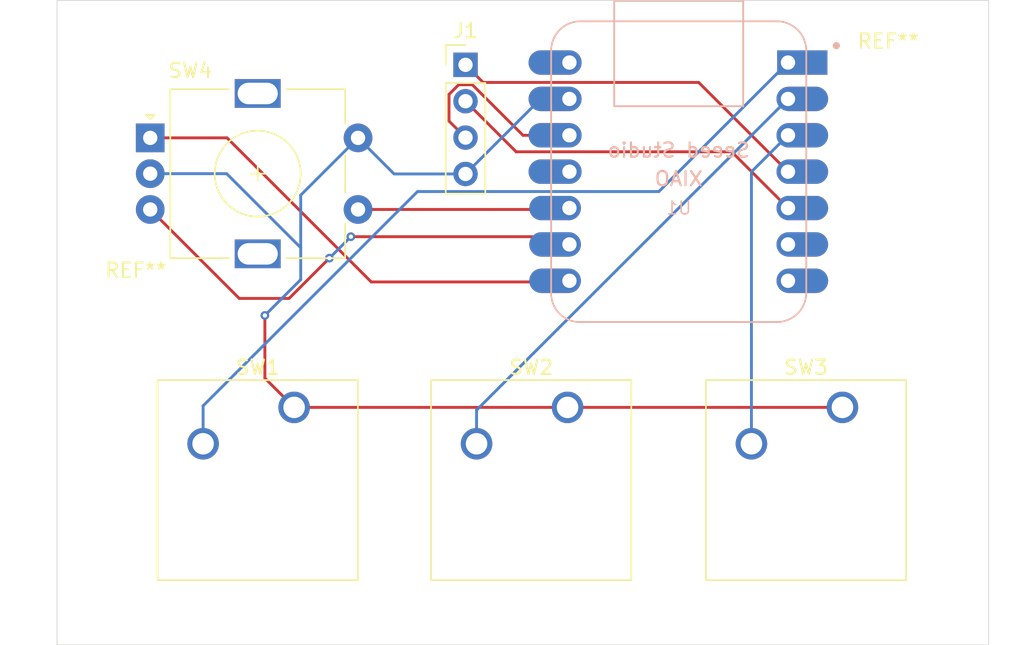
<source format=kicad_pcb>
(kicad_pcb (version 20241229) (generator "pcbnew") (generator_version "9.0")
  (layers (0 "F.Cu" signal) (2 "B.Cu" signal) (13 "F.Paste" user) (15 "B.Paste" user) (5 "F.SilkS" user "F.Silkscreen") (7 "B.SilkS" user "B.Silkscreen") (1 "F.Mask" user) (3 "B.Mask" user) (25 "Edge.Cuts" user))
  (net 0 "")
  (net 1 "/SDA")
  (net 2 "VCC")
  (net 3 "/SCL")
  (net 4 "GND")
  (net 5 "Net-(U1-PA02_A0_D0)")
  (net 6 "Net-(U1-PA4_A1_D1)")
  (net 7 "Net-(U1-PA10_A2_D2)")
  (net 8 "Net-(U1-PA5_A9_D9_MISO)")
  (net 9 "Net-(U1-PA7_A8_D8_SCK)")
  (net 10 "Net-(U1-PB09_A7_D7_RX)")
  (footprint "Button_Switch_Keyboard:SW_Cherry_MX_1.00u_PCB" (layer "F.Cu") (at 128.54 65.42)
    (property "Reference" "SW1" (at -2.54 -2.794 0) (layer "F.SilkS"))
    (property "Value" "SW_Push")
    (fp_line (start -9.525 -1.905) (end 4.445 -1.905) (stroke (width 0.12)) (layer "F.SilkS"))
    (fp_line (start -9.525 12.065) (end -9.525 -1.905) (stroke (width 0.12)) (layer "F.SilkS"))
    (fp_line (start 4.445 -1.905) (end 4.445 12.065) (stroke (width 0.12)) (layer "F.SilkS"))
    (fp_line (start 4.445 12.065) (end -9.525 12.065) (stroke (width 0.12)) (layer "F.SilkS"))
    (pad "" np_thru_hole circle (at -7.62 5.08) (size 1.7 1.7) (drill 1.7) (layers "*.Cu" "*.Mask"))
    (pad "" np_thru_hole circle (at -2.54 5.08) (size 4 4) (drill 4) (layers "*.Cu" "*.Mask"))
    (pad "" np_thru_hole circle (at 2.54 5.08) (size 1.7 1.7) (drill 1.7) (layers "*.Cu" "*.Mask"))
    (pad "1" thru_hole circle (at 0 0) (size 2.2 2.2) (drill 1.5) (layers "*.Cu" "*.Mask") (net 4 "GND"))
    (pad "2" thru_hole circle (at -6.35 2.54) (size 2.2 2.2) (drill 1.5) (layers "*.Cu" "*.Mask") (net 5 "Net-(U1-PA02_A0_D0)"))
  )
  (footprint "Rotary_Encoder:RotaryEncoder_Alps_EC11E-Switch_Vertical_H20mm" (layer "F.Cu") (at 118.5 46.6)
    (property "Reference" "SW4" (at 2.8 -4.7 0) (layer "F.SilkS"))
    (property "Value" "RotaryEncoder_Switch")
    (fp_line (start -0.3 -1.6) (end 0.3 -1.6) (stroke (width 0.12)) (layer "F.SilkS"))
    (fp_line (start 0 -1.3) (end -0.3 -1.6) (stroke (width 0.12)) (layer "F.SilkS"))
    (fp_line (start 0.3 -1.6) (end 0 -1.3) (stroke (width 0.12)) (layer "F.SilkS"))
    (fp_line (start 1.4 -3.4) (end 1.4 8.4) (stroke (width 0.12)) (layer "F.SilkS"))
    (fp_line (start 5.5 -3.4) (end 1.4 -3.4) (stroke (width 0.12)) (layer "F.SilkS"))
    (fp_line (start 5.5 8.4) (end 1.4 8.4) (stroke (width 0.12)) (layer "F.SilkS"))
    (fp_line (start 7 2.5) (end 8 2.5) (stroke (width 0.12)) (layer "F.SilkS"))
    (fp_line (start 7.5 2) (end 7.5 3) (stroke (width 0.12)) (layer "F.SilkS"))
    (fp_line (start 9.5 -3.4) (end 13.6 -3.4) (stroke (width 0.12)) (layer "F.SilkS"))
    (fp_line (start 13.6 -3.4) (end 13.6 -1) (stroke (width 0.12)) (layer "F.SilkS"))
    (fp_line (start 13.6 1.2) (end 13.6 3.8) (stroke (width 0.12)) (layer "F.SilkS"))
    (fp_line (start 13.6 6) (end 13.6 8.4) (stroke (width 0.12)) (layer "F.SilkS"))
    (fp_line (start 13.6 8.4) (end 9.5 8.4) (stroke (width 0.12)) (layer "F.SilkS"))
    (fp_circle (center 7.5 2.5) (end 10.5 2.5) (stroke (width 0.12)) (fill no) (layer "F.SilkS"))
    (pad "A" thru_hole rect (at 0 0) (size 2 2) (drill 1) (layers "*.Cu" "*.Mask") (net 10 "Net-(U1-PB09_A7_D7_RX)"))
    (pad "B" thru_hole circle (at 0 5) (size 2 2) (drill 1) (layers "*.Cu" "*.Mask") (net 9 "Net-(U1-PA7_A8_D8_SCK)"))
    (pad "C" thru_hole circle (at 0 2.5) (size 2 2) (drill 1) (layers "*.Cu" "*.Mask") (net 4 "GND"))
    (pad "MP" thru_hole rect (at 7.5 -3.1) (size 3.2 2) (drill oval 2.8 1.5) (layers "*.Cu" "*.Mask"))
    (pad "MP" thru_hole rect (at 7.5 8.1) (size 3.2 2) (drill oval 2.8 1.5) (layers "*.Cu" "*.Mask"))
    (pad "S1" thru_hole circle (at 14.5 5) (size 2 2) (drill 1) (layers "*.Cu" "*.Mask") (net 8 "Net-(U1-PA5_A9_D9_MISO)"))
    (pad "S2" thru_hole circle (at 14.5 0) (size 2 2) (drill 1) (layers "*.Cu" "*.Mask") (net 4 "GND"))
  )
  (footprint "MountingHole:MountingHole_3.2mm_M3" (layer "F.Cu") (at 117.5 60)
    (property "Reference" "REF**" (at 0 -4.15 0) (layer "F.SilkS"))
    (property "Value" "MountingHole_3.2mm_M3")
    (pad "" np_thru_hole circle (at 0 0) (size 3.2 3.2) (drill 3.2) (layers "*.Cu" "*.Mask"))
  )
  (footprint "Button_Switch_Keyboard:SW_Cherry_MX_1.00u_PCB" (layer "F.Cu") (at 147.62 65.42)
    (property "Reference" "SW2" (at -2.54 -2.794 0) (layer "F.SilkS"))
    (property "Value" "SW_Push")
    (fp_line (start -9.525 -1.905) (end 4.445 -1.905) (stroke (width 0.12)) (layer "F.SilkS"))
    (fp_line (start -9.525 12.065) (end -9.525 -1.905) (stroke (width 0.12)) (layer "F.SilkS"))
    (fp_line (start 4.445 -1.905) (end 4.445 12.065) (stroke (width 0.12)) (layer "F.SilkS"))
    (fp_line (start 4.445 12.065) (end -9.525 12.065) (stroke (width 0.12)) (layer "F.SilkS"))
    (pad "" np_thru_hole circle (at -7.62 5.08) (size 1.7 1.7) (drill 1.7) (layers "*.Cu" "*.Mask"))
    (pad "" np_thru_hole circle (at -2.54 5.08) (size 4 4) (drill 4) (layers "*.Cu" "*.Mask"))
    (pad "" np_thru_hole circle (at 2.54 5.08) (size 1.7 1.7) (drill 1.7) (layers "*.Cu" "*.Mask"))
    (pad "1" thru_hole circle (at 0 0) (size 2.2 2.2) (drill 1.5) (layers "*.Cu" "*.Mask") (net 4 "GND"))
    (pad "2" thru_hole circle (at -6.35 2.54) (size 2.2 2.2) (drill 1.5) (layers "*.Cu" "*.Mask") (net 6 "Net-(U1-PA4_A1_D1)"))
  )
  (footprint "MountingHole:MountingHole_3.2mm_M3" (layer "F.Cu") (at 170 44)
    (property "Reference" "REF**" (at 0 -4.15 0) (layer "F.SilkS"))
    (property "Value" "MountingHole_3.2mm_M3")
    (pad "" np_thru_hole circle (at 0 0) (size 3.2 3.2) (drill 3.2) (layers "*.Cu" "*.Mask"))
  )
  (footprint "Connector_PinHeader_2.54mm:PinHeader_1x04_P2.54mm_Vertical" (layer "F.Cu") (at 140.5 41.5)
    (property "Reference" "J1" (at 0 -2.38 0) (layer "F.SilkS"))
    (property "Value" "Conn_01x04_Socket")
    (fp_line (start -1.38 -1.38) (end 0 -1.38) (stroke (width 0.12)) (layer "F.SilkS"))
    (fp_line (start -1.38 0) (end -1.38 -1.38) (stroke (width 0.12)) (layer "F.SilkS"))
    (fp_line (start -1.38 1.27) (end -1.38 9) (stroke (width 0.12)) (layer "F.SilkS"))
    (fp_line (start -1.38 1.27) (end 1.38 1.27) (stroke (width 0.12)) (layer "F.SilkS"))
    (fp_line (start -1.38 9) (end 1.38 9) (stroke (width 0.12)) (layer "F.SilkS"))
    (fp_line (start 1.38 1.27) (end 1.38 9) (stroke (width 0.12)) (layer "F.SilkS"))
    (pad "1" thru_hole rect (at 0 0) (size 1.7 1.7) (drill 1) (layers "*.Cu" "*.Mask") (net 1 "/SDA"))
    (pad "2" thru_hole circle (at 0 2.54) (size 1.7 1.7) (drill 1) (layers "*.Cu" "*.Mask") (net 3 "/SCL"))
    (pad "3" thru_hole circle (at 0 5.08) (size 1.7 1.7) (drill 1) (layers "*.Cu" "*.Mask") (net 2 "VCC"))
    (pad "4" thru_hole circle (at 0 7.62) (size 1.7 1.7) (drill 1) (layers "*.Cu" "*.Mask") (net 4 "GND"))
  )
  (footprint "Button_Switch_Keyboard:SW_Cherry_MX_1.00u_PCB" (layer "F.Cu") (at 166.8 65.42)
    (property "Reference" "SW3" (at -2.54 -2.794 0) (layer "F.SilkS"))
    (property "Value" "SW_Push")
    (fp_line (start -9.525 -1.905) (end 4.445 -1.905) (stroke (width 0.12)) (layer "F.SilkS"))
    (fp_line (start -9.525 12.065) (end -9.525 -1.905) (stroke (width 0.12)) (layer "F.SilkS"))
    (fp_line (start 4.445 -1.905) (end 4.445 12.065) (stroke (width 0.12)) (layer "F.SilkS"))
    (fp_line (start 4.445 12.065) (end -9.525 12.065) (stroke (width 0.12)) (layer "F.SilkS"))
    (pad "" np_thru_hole circle (at -7.62 5.08) (size 1.7 1.7) (drill 1.7) (layers "*.Cu" "*.Mask"))
    (pad "" np_thru_hole circle (at -2.54 5.08) (size 4 4) (drill 4) (layers "*.Cu" "*.Mask"))
    (pad "" np_thru_hole circle (at 2.54 5.08) (size 1.7 1.7) (drill 1.7) (layers "*.Cu" "*.Mask"))
    (pad "1" thru_hole circle (at 0 0) (size 2.2 2.2) (drill 1.5) (layers "*.Cu" "*.Mask") (net 4 "GND"))
    (pad "2" thru_hole circle (at -6.35 2.54) (size 2.2 2.2) (drill 1.5) (layers "*.Cu" "*.Mask") (net 7 "Net-(U1-PA10_A2_D2)"))
  )
  (footprint "footprints:XIAO-Generic-Hybrid-14P-2.54-21X17.8MM" (layer "B.Cu") (at 155.375 48.96 180)
    (property "Reference" "U1" (at 0 -2.54 0) (layer "B.SilkS") (effects (font (size 0.889 0.889) (thickness 0.1016)) (justify mirror)))
    (property "Value" "MOUDLE-SEEEDUINO-XIAO" (hide yes))
    (fp_line (start 8.9 -8.5) (end 8.9 8.5) (stroke (width 0.127)) (layer "B.SilkS"))
    (fp_line (start 6.9 10.49909) (end -6.9 10.49909) (stroke (width 0.127)) (layer "B.SilkS"))
    (fp_line (start 4.5 11.92403) (end 4.5 4.57073) (stroke (width 0.127)) (layer "B.SilkS"))
    (fp_line (start 4.5 4.57073) (end -4.5 4.57073) (stroke (width 0.127)) (layer "B.SilkS"))
    (fp_line (start -4.5 11.92403) (end 4.5 11.92403) (stroke (width 0.127)) (layer "B.SilkS"))
    (fp_line (start -4.5 4.57073) (end -4.5 11.92403) (stroke (width 0.127)) (layer "B.SilkS"))
    (fp_line (start -6.9 -10.5) (end 6.9 -10.5) (stroke (width 0.127)) (layer "B.SilkS"))
    (fp_line (start -8.9 8.5) (end -8.9 -8.5) (stroke (width 0.127)) (layer "B.SilkS"))
    (fp_arc (start 8.9 8.5) (mid 8.301492 9.901492) (end 6.9 10.5) (stroke (width 0.12)) (layer "B.SilkS"))
    (fp_arc (start 6.9 -10.5) (mid 8.314214 -9.914214) (end 8.9 -8.5) (stroke (width 0.12)) (layer "B.SilkS"))
    (fp_arc (start -6.9 10.5) (mid -8.301491 9.901491) (end -8.9 8.5) (stroke (width 0.12)) (layer "B.SilkS"))
    (fp_arc (start -8.9 -8.5) (mid -8.301423 -9.901423) (end -6.9 -10.5) (stroke (width 0.12)) (layer "B.SilkS"))
    (fp_circle (center -11 8.8) (end -11 9.054) (fill yes) (layer "B.SilkS"))
    (fp_poly (pts (xy -8.887715 8.561705) (xy -8.884667 8.610473) (xy -8.880603 8.659494)) (stroke (width 0.0254)) (fill no) (layer "B.SilkS"))
    (fp_poly (pts (xy 8.889492 -8.521574) (xy 8.887713 -8.57085) (xy 8.884665 -8.619618) (xy 8.880601 -8.668639) (xy 8.875268 -8.717407) (xy 8.868664 -8.766175) (xy 8.861044 -8.81469) (xy 8.852153 -8.86295) (xy 8.842248 -8.910955)) (stroke (width 0.0254)) (fill no) (layer "B.SilkS"))
    (fp_text user "XIAO" (at 0 -0.5 0) (layer "B.SilkS") (effects (justify mirror)))
    (fp_text user "Seeed Studio" (at 0 1.5 0) (layer "B.SilkS") (effects (justify mirror)))
    (pad "1" thru_hole rect (at -7.625 7.62 180) (size 3.5 1.7) (drill 1 (offset -1 0)) (layers "*.Cu" "*.Mask") (net 5 "Net-(U1-PA02_A0_D0)"))
    (pad "2" thru_hole oval (at -7.625 5.08 180) (size 3.6 1.7) (drill 1 (offset -1 0)) (layers "*.Cu" "*.Mask") (net 6 "Net-(U1-PA4_A1_D1)"))
    (pad "3" thru_hole oval (at -7.625 2.54 180) (size 3.6 1.7) (drill 1 (offset -1 0)) (layers "*.Cu" "*.Mask") (net 7 "Net-(U1-PA10_A2_D2)"))
    (pad "4" thru_hole oval (at -7.625 0 180) (size 3.6 1.7) (drill 1 (offset -1 0)) (layers "*.Cu" "*.Mask") (net 1 "/SDA"))
    (pad "5" thru_hole oval (at -7.625 -2.54 180) (size 3.6 1.7) (drill 1 (offset -1 0)) (layers "*.Cu" "*.Mask") (net 3 "/SCL"))
    (pad "6" thru_hole oval (at -7.625 -5.08) (size 3.6 1.7) (drill 1 (offset 1 0)) (layers "*.Cu" "*.Mask"))
    (pad "7" thru_hole oval (at -7.625 -7.62 180) (size 3.6 1.7) (drill 1 (offset -1 0)) (layers "*.Cu" "*.Mask"))
    (pad "8" thru_hole oval (at 7.625 -7.62 180) (size 3.6 1.7) (drill 1 (offset 1 0)) (layers "*.Cu" "*.Mask") (net 10 "Net-(U1-PB09_A7_D7_RX)"))
    (pad "9" thru_hole oval (at 7.625 -5.08 180) (size 3.6 1.7) (drill 1 (offset 1 0)) (layers "*.Cu" "*.Mask") (net 9 "Net-(U1-PA7_A8_D8_SCK)"))
    (pad "10" thru_hole oval (at 7.625 -2.54 180) (size 3.6 1.7) (drill 1 (offset 1 0)) (layers "*.Cu" "*.Mask") (net 8 "Net-(U1-PA5_A9_D9_MISO)"))
    (pad "11" thru_hole oval (at 7.625 0 180) (size 3.7 1.7) (drill 1 (offset 1 0)) (layers "*.Cu" "*.Mask"))
    (pad "12" thru_hole oval (at 7.625 2.54 180) (size 3.7 1.7) (drill 1 (offset 1 0)) (layers "*.Cu" "*.Mask") (net 2 "VCC"))
    (pad "13" thru_hole oval (at 7.625 5.08 180) (size 3.7 1.7) (drill 1 (offset 1 0)) (layers "*.Cu" "*.Mask") (net 4 "GND"))
    (pad "14" thru_hole oval (at 7.625 7.62 180) (size 3.7 1.7) (drill 1 (offset 1 0)) (layers "*.Cu" "*.Mask"))
  )
  (gr_rect (start 112 37) (end 177 82) (stroke (width 0.05)) (fill no) (layer "Edge.Cuts"))
  (segment (start 141.729 42.729) (end 140.5 41.5) (width 0.2) (layer "F.Cu") (net 1))
  (segment (start 163 48.96) (end 156.769 42.729) (width 0.2) (layer "F.Cu") (net 1))
  (segment (start 156.769 42.729) (end 141.729 42.729) (width 0.2) (layer "F.Cu") (net 1))
  (segment (start 147.75 46.42) (end 144.50776 46.42) (width 0.2) (layer "F.Cu") (net 2))
  (segment (start 144.50776 46.42) (end 140.97676 42.889) (width 0.2) (layer "F.Cu") (net 2))
  (segment (start 140.97676 42.889) (end 140.02324 42.889) (width 0.2) (layer "F.Cu") (net 2))
  (segment (start 139.349 45.429) (end 140.5 46.58) (width 0.2) (layer "F.Cu") (net 2))
  (segment (start 140.02324 42.889) (end 139.349 43.56324) (width 0.2) (layer "F.Cu") (net 2))
  (segment (start 139.349 43.56324) (end 139.349 45.429) (width 0.2) (layer "F.Cu") (net 2))
  (segment (start 163 51.5) (end 159.071 47.571) (width 0.2) (layer "F.Cu") (net 3))
  (segment (start 159.071 47.571) (end 144.031 47.571) (width 0.2) (layer "F.Cu") (net 3))
  (segment (start 144.031 47.571) (end 140.5 44.04) (width 0.2) (layer "F.Cu") (net 3))
  (segment (start 126.5 63.38) (end 126.5 59) (width 0.2) (layer "F.Cu") (net 4))
  (segment (start 128.54 65.42) (end 126.5 63.38) (width 0.2) (layer "F.Cu") (net 4))
  (segment (start 166.8 65.42) (end 128.54 65.42) (width 0.2) (layer "F.Cu") (net 4))
  (via (at 126.5 59) (size 0.6) (drill 0.3) (layers "F.Cu" "B.Cu") (net 4))
  (segment (start 129 50.6) (end 133 46.6) (width 0.2) (layer "B.Cu") (net 4))
  (segment (start 118.5 49.1) (end 123.8329 49.1) (width 0.2) (layer "B.Cu") (net 4))
  (segment (start 123.8329 49.1) (end 129 54.2671) (width 0.2) (layer "B.Cu") (net 4))
  (segment (start 129 54.2671) (end 129 50.6) (width 0.2) (layer "B.Cu") (net 4))
  (segment (start 129 56.5) (end 129 54.2671) (width 0.2) (layer "B.Cu") (net 4))
  (segment (start 135.52 49.12) (end 140.5 49.12) (width 0.2) (layer "B.Cu") (net 4))
  (segment (start 145.74 43.88) (end 147.75 43.88) (width 0.2) (layer "B.Cu") (net 4))
  (segment (start 140.5 49.12) (end 145.74 43.88) (width 0.2) (layer "B.Cu") (net 4))
  (segment (start 133 46.6) (end 135.52 49.12) (width 0.2) (layer "B.Cu") (net 4))
  (segment (start 126.5 59) (end 129 56.5) (width 0.2) (layer "B.Cu") (net 4))
  (segment (start 153.991 50.349) (end 137.151 50.349) (width 0.2) (layer "B.Cu") (net 5))
  (segment (start 137.151 50.349) (end 122.19 65.31) (width 0.2) (layer "B.Cu") (net 5))
  (segment (start 122.19 65.31) (end 122.19 67.96) (width 0.2) (layer "B.Cu") (net 5))
  (segment (start 163 41.34) (end 153.991 50.349) (width 0.2) (layer "B.Cu") (net 5))
  (segment (start 141.27 65.61) (end 141.27 67.96) (width 0.2) (layer "B.Cu") (net 6))
  (segment (start 163 43.88) (end 141.27 65.61) (width 0.2) (layer "B.Cu") (net 6))
  (segment (start 160.45 48.97) (end 163 46.42) (width 0.2) (layer "B.Cu") (net 7))
  (segment (start 160.45 67.96) (end 160.45 48.97) (width 0.2) (layer "B.Cu") (net 7))
  (segment (start 133 51.6) (end 147.65 51.6) (width 0.2) (layer "F.Cu") (net 8))
  (segment (start 147.65 51.6) (end 147.75 51.5) (width 0.2) (layer "F.Cu") (net 8))
  (segment (start 131 55) (end 128.189 57.811) (width 0.2) (layer "F.Cu") (net 9))
  (segment (start 118.5 51.6) (end 124.711 57.811) (width 0.2) (layer "F.Cu") (net 9))
  (segment (start 124.711 57.811) (end 128.189 57.811) (width 0.2) (layer "F.Cu") (net 9))
  (segment (start 132.5 53.5) (end 147.21 53.5) (width 0.2) (layer "F.Cu") (net 9))
  (segment (start 147.21 53.5) (end 147.75 54.04) (width 0.2) (layer "F.Cu") (net 9))
  (via (at 132.5 53.5) (size 0.6) (drill 0.3) (layers "F.Cu" "B.Cu") (net 9))
  (via (at 131 55) (size 0.6) (drill 0.3) (layers "F.Cu" "B.Cu") (net 9))
  (segment (start 132.5 53.5) (end 131 55) (width 0.2) (layer "B.Cu") (net 9))
  (segment (start 147.67 56.66) (end 147.75 56.58) (width 0.2) (layer "F.Cu") (net 10))
  (segment (start 118.5 46.6) (end 123.86224 46.6) (width 0.2) (layer "F.Cu") (net 10))
  (segment (start 133.92224 56.66) (end 147.67 56.66) (width 0.2) (layer "F.Cu") (net 10))
  (segment (start 123.86224 46.6) (end 133.92224 56.66) (width 0.2) (layer "F.Cu") (net 10))
)
</source>
